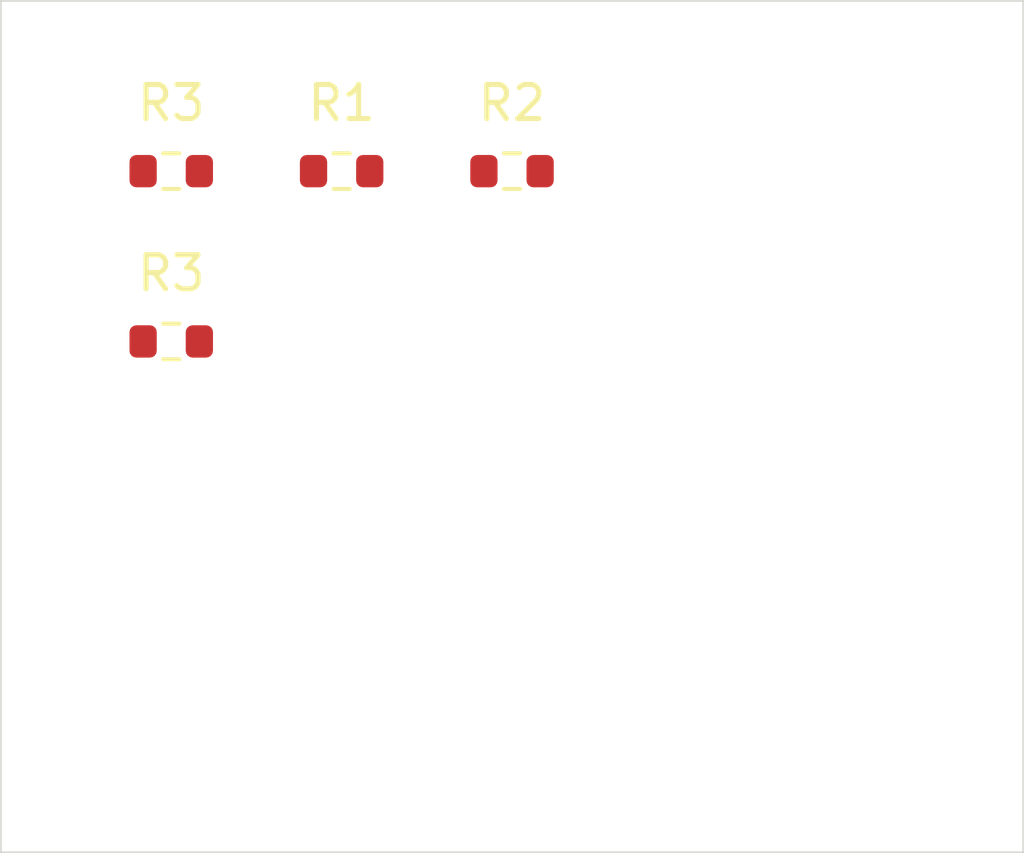
<source format=kicad_pcb>
(kicad_pcb (version 20241229) (generator "pcbnew") (generator_version "9.0")
  (layers (0 "F.Cu" signal) (2 "B.Cu" signal) (13 "F.Paste" user) (15 "B.Paste" user) (5 "F.SilkS" user "F.Silkscreen") (7 "B.SilkS" user "B.Silkscreen") (1 "F.Mask" user) (3 "B.Mask" user) (25 "Edge.Cuts" user))
  (net 0 "")
  (footprint "Resistor_SMD:R_0603_1608Metric" (layer "F.Cu") (at 5.0 5.0)
    (property "Reference" "R3" (at 0 -2 0) (layer "F.SilkS") (effects (font (size 1.0 1.0))))
    (property "Value" "1k")
    (fp_line (start -0.237258 -0.5225) (end 0.237258 -0.5225) (stroke (width 0.12)) (layer "F.SilkS"))
    (fp_line (start -0.237258 0.5225) (end 0.237258 0.5225) (stroke (width 0.12)) (layer "F.SilkS"))
    (pad "1" smd roundrect (at -0.825 0.0) (size 0.8 0.95) (layers "F.Cu" "F.Mask" "F.Paste"))
    (pad "2" smd roundrect (at 0.825 0.0) (size 0.8 0.95) (layers "F.Cu" "F.Mask" "F.Paste"))
  )
  (footprint "Resistor_SMD:R_0603_1608Metric" (layer "F.Cu") (at 10.0 5.0)
    (property "Reference" "R1" (at 0 -2 0) (layer "F.SilkS") (effects (font (size 1.0 1.0))))
    (property "Value" "10k")
    (fp_line (start -0.237258 -0.5225) (end 0.237258 -0.5225) (stroke (width 0.12)) (layer "F.SilkS"))
    (fp_line (start -0.237258 0.5225) (end 0.237258 0.5225) (stroke (width 0.12)) (layer "F.SilkS"))
    (pad "1" smd roundrect (at -0.825 0.0) (size 0.8 0.95) (layers "F.Cu" "F.Mask" "F.Paste"))
    (pad "2" smd roundrect (at 0.825 0.0) (size 0.8 0.95) (layers "F.Cu" "F.Mask" "F.Paste"))
  )
  (footprint "Resistor_SMD:R_0603_1608Metric" (layer "F.Cu") (at 15.0 5.0)
    (property "Reference" "R2" (at 0 -2 0) (layer "F.SilkS") (effects (font (size 1.0 1.0))))
    (property "Value" "10k")
    (fp_line (start -0.237258 -0.5225) (end 0.237258 -0.5225) (stroke (width 0.12)) (layer "F.SilkS"))
    (fp_line (start -0.237258 0.5225) (end 0.237258 0.5225) (stroke (width 0.12)) (layer "F.SilkS"))
    (pad "1" smd roundrect (at -0.825 0.0) (size 0.8 0.95) (layers "F.Cu" "F.Mask" "F.Paste"))
    (pad "2" smd roundrect (at 0.825 0.0) (size 0.8 0.95) (layers "F.Cu" "F.Mask" "F.Paste"))
  )
  (footprint "Resistor_SMD:R_0603_1608Metric" (layer "F.Cu") (at 5.0 10.0)
    (property "Reference" "R3" (at 0 -2 0) (layer "F.SilkS") (effects (font (size 1.0 1.0))))
    (property "Value" "1k")
    (fp_line (start -0.237258 -0.5225) (end 0.237258 -0.5225) (stroke (width 0.12)) (layer "F.SilkS"))
    (fp_line (start -0.237258 0.5225) (end 0.237258 0.5225) (stroke (width 0.12)) (layer "F.SilkS"))
    (pad "1" smd roundrect (at -0.825 0.0) (size 0.8 0.95) (layers "F.Cu" "F.Mask" "F.Paste"))
    (pad "2" smd roundrect (at 0.825 0.0) (size 0.8 0.95) (layers "F.Cu" "F.Mask" "F.Paste"))
  )
  (gr_rect (start 0 0) (end 30.0 25.0) (stroke (width 0.05)) (fill no) (layer "Edge.Cuts"))
)
</source>
